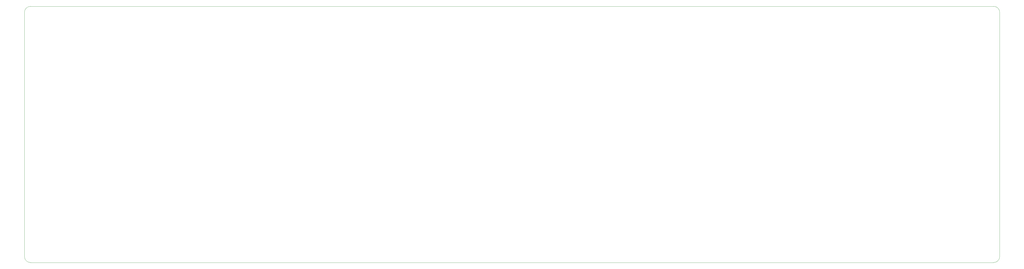
<source format=gbr>
%TF.GenerationSoftware,KiCad,Pcbnew,(5.1.9)-1*%
%TF.CreationDate,2021-05-06T09:00:53-07:00*%
%TF.ProjectId,USKB Final,55534b42-2046-4696-9e61-6c2e6b696361,rev?*%
%TF.SameCoordinates,Original*%
%TF.FileFunction,Other,ECO1*%
%FSLAX46Y46*%
G04 Gerber Fmt 4.6, Leading zero omitted, Abs format (unit mm)*
G04 Created by KiCad (PCBNEW (5.1.9)-1) date 2021-05-06 09:00:53*
%MOMM*%
%LPD*%
G01*
G04 APERTURE LIST*
%TA.AperFunction,Profile*%
%ADD10C,0.050000*%
%TD*%
G04 APERTURE END LIST*
D10*
X19050000Y-25400000D02*
X400050000Y-25400000D01*
X19050000Y-127000000D02*
X19843750Y-127000000D01*
X19050000Y-127000000D02*
G75*
G02*
X16668750Y-124618750I0J2381250D01*
G01*
X16668750Y-27781250D02*
X16668750Y-124618750D01*
X16668750Y-27781250D02*
G75*
G02*
X19050000Y-25400000I2381250J0D01*
G01*
X400050000Y-127000000D02*
X19843750Y-127000000D01*
X402431250Y-124618750D02*
G75*
G02*
X400050000Y-127000000I-2381250J0D01*
G01*
X402431250Y-27781250D02*
X402431250Y-124618750D01*
X400050000Y-25400000D02*
G75*
G02*
X402431250Y-27781250I0J-2381250D01*
G01*
M02*

</source>
